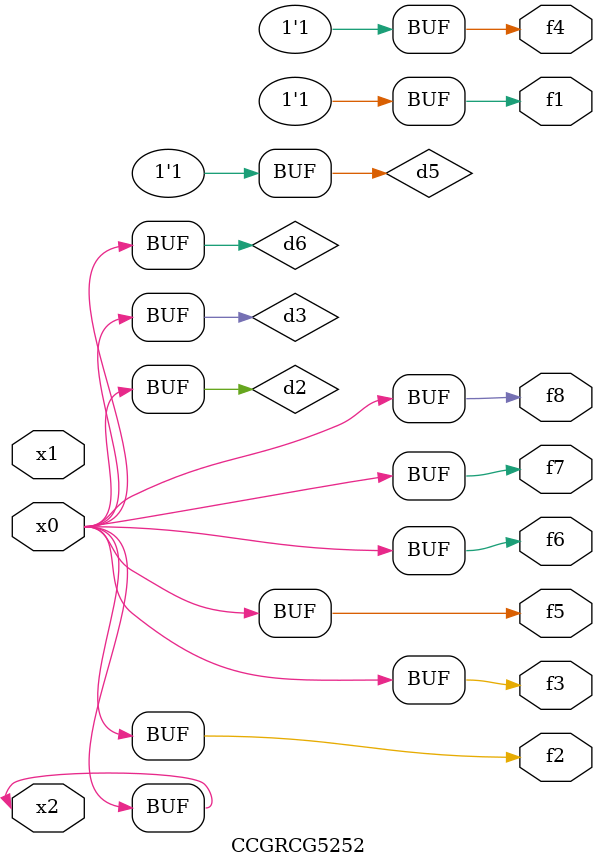
<source format=v>
module CCGRCG5252(
	input x0, x1, x2,
	output f1, f2, f3, f4, f5, f6, f7, f8
);

	wire d1, d2, d3, d4, d5, d6;

	xnor (d1, x2);
	buf (d2, x0, x2);
	and (d3, x0);
	xnor (d4, x1, x2);
	nand (d5, d1, d3);
	buf (d6, d2, d3);
	assign f1 = d5;
	assign f2 = d6;
	assign f3 = d6;
	assign f4 = d5;
	assign f5 = d6;
	assign f6 = d6;
	assign f7 = d6;
	assign f8 = d6;
endmodule

</source>
